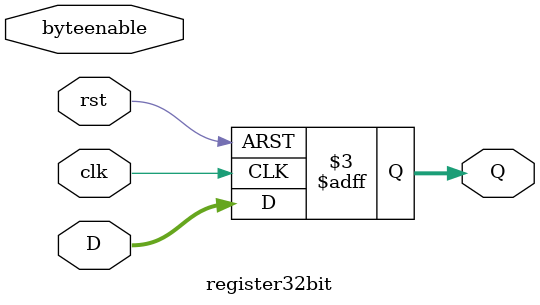
<source format=v>
module register32bit(clk,rst,D,byteenable, Q);

input clk, rst;
input [31:0] D;
input [1:0] byteenable;
output reg [31:0] Q;


always @(posedge clk or negedge rst)
begin
	if(rst == 0)
	begin
		Q = 0;
	end
	else
	begin
		Q = D;
	end

end

endmodule

</source>
